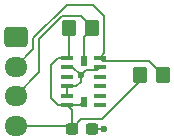
<source format=gbr>
%TF.GenerationSoftware,KiCad,Pcbnew,9.0.2*%
%TF.CreationDate,2025-05-12T20:01:58-04:00*%
%TF.ProjectId,high-range-IMU,68696768-2d72-4616-9e67-652d494d552e,rev?*%
%TF.SameCoordinates,Original*%
%TF.FileFunction,Copper,L1,Top*%
%TF.FilePolarity,Positive*%
%FSLAX46Y46*%
G04 Gerber Fmt 4.6, Leading zero omitted, Abs format (unit mm)*
G04 Created by KiCad (PCBNEW 9.0.2) date 2025-05-12 20:01:58*
%MOMM*%
%LPD*%
G01*
G04 APERTURE LIST*
G04 Aperture macros list*
%AMRoundRect*
0 Rectangle with rounded corners*
0 $1 Rounding radius*
0 $2 $3 $4 $5 $6 $7 $8 $9 X,Y pos of 4 corners*
0 Add a 4 corners polygon primitive as box body*
4,1,4,$2,$3,$4,$5,$6,$7,$8,$9,$2,$3,0*
0 Add four circle primitives for the rounded corners*
1,1,$1+$1,$2,$3*
1,1,$1+$1,$4,$5*
1,1,$1+$1,$6,$7*
1,1,$1+$1,$8,$9*
0 Add four rect primitives between the rounded corners*
20,1,$1+$1,$2,$3,$4,$5,0*
20,1,$1+$1,$4,$5,$6,$7,0*
20,1,$1+$1,$6,$7,$8,$9,0*
20,1,$1+$1,$8,$9,$2,$3,0*%
G04 Aperture macros list end*
%TA.AperFunction,SMDPad,CuDef*%
%ADD10RoundRect,0.250000X-0.350000X-0.450000X0.350000X-0.450000X0.350000X0.450000X-0.350000X0.450000X0*%
%TD*%
%TA.AperFunction,SMDPad,CuDef*%
%ADD11RoundRect,0.250000X0.350000X0.450000X-0.350000X0.450000X-0.350000X-0.450000X0.350000X-0.450000X0*%
%TD*%
%TA.AperFunction,ComponentPad*%
%ADD12RoundRect,0.250000X-0.725000X0.600000X-0.725000X-0.600000X0.725000X-0.600000X0.725000X0.600000X0*%
%TD*%
%TA.AperFunction,ComponentPad*%
%ADD13O,1.950000X1.700000*%
%TD*%
%TA.AperFunction,SMDPad,CuDef*%
%ADD14R,1.117800X0.449200*%
%TD*%
%TA.AperFunction,SMDPad,CuDef*%
%ADD15R,0.500000X0.813000*%
%TD*%
%TA.AperFunction,SMDPad,CuDef*%
%ADD16RoundRect,0.237500X-0.300000X-0.237500X0.300000X-0.237500X0.300000X0.237500X-0.300000X0.237500X0*%
%TD*%
%TA.AperFunction,ViaPad*%
%ADD17C,0.600000*%
%TD*%
%TA.AperFunction,Conductor*%
%ADD18C,0.200000*%
%TD*%
G04 APERTURE END LIST*
D10*
%TO.P,R1,1*%
%TO.N,+3.3V*%
X143500000Y-84000000D03*
%TO.P,R1,2*%
%TO.N,Net-(J1-Pin_3)*%
X145500000Y-84000000D03*
%TD*%
D11*
%TO.P,R2,1*%
%TO.N,Net-(J1-Pin_2)*%
X151500000Y-88000000D03*
%TO.P,R2,2*%
%TO.N,+3.3V*%
X149500000Y-88000000D03*
%TD*%
D12*
%TO.P,J1,1,Pin_1*%
%TO.N,GND*%
X139000000Y-84750000D03*
D13*
%TO.P,J1,2,Pin_2*%
%TO.N,Net-(J1-Pin_2)*%
X139000000Y-87250000D03*
%TO.P,J1,3,Pin_3*%
%TO.N,Net-(J1-Pin_3)*%
X139000000Y-89750000D03*
%TO.P,J1,4,Pin_4*%
%TO.N,+3.3V*%
X139000000Y-92250000D03*
%TD*%
D14*
%TO.P,U1,1,VDDI/O*%
%TO.N,+3.3V*%
X143379099Y-86499999D03*
%TO.P,U1,2,GND*%
%TO.N,GND*%
X143379099Y-87300000D03*
%TO.P,U1,3,RESERVED*%
%TO.N,unconnected-(U1-RESERVED-Pad3)*%
X143379099Y-88100001D03*
%TO.P,U1,4,GND*%
%TO.N,GND*%
X143379099Y-88899999D03*
%TO.P,U1,5,GND*%
X143379099Y-89700000D03*
%TO.P,U1,6,VS*%
%TO.N,+3.3V*%
X143379099Y-90499999D03*
D15*
%TO.P,U1,7,\u002ACS*%
X144750000Y-90218498D03*
D14*
%TO.P,U1,8,INT1*%
%TO.N,unconnected-(U1-INT1-Pad8)*%
X146120901Y-90500001D03*
%TO.P,U1,9,INT2*%
%TO.N,unconnected-(U1-INT2-Pad9)*%
X146120901Y-89700000D03*
%TO.P,U1,10,NC*%
%TO.N,unconnected-(U1-NC-Pad10)*%
X146120901Y-88899999D03*
%TO.P,U1,11,RESERVED*%
%TO.N,unconnected-(U1-RESERVED-Pad11)*%
X146120901Y-88100001D03*
%TO.P,U1,12,SDO/ALTADDRESS*%
%TO.N,GND*%
X146120901Y-87300000D03*
%TO.P,U1,13,SDA/SDI/SDIO*%
%TO.N,Net-(J1-Pin_2)*%
X146120901Y-86500001D03*
D15*
%TO.P,U1,14,SCL/SCLK*%
%TO.N,Net-(J1-Pin_3)*%
X144750000Y-86781502D03*
%TD*%
D16*
%TO.P,C1,1*%
%TO.N,+3.3V*%
X143775000Y-92500000D03*
%TO.P,C1,2*%
%TO.N,GND*%
X145500000Y-92500000D03*
%TD*%
D17*
%TO.N,GND*%
X144500000Y-88000000D03*
X146500000Y-92500000D03*
%TD*%
D18*
%TO.N,GND*%
X144925599Y-87574401D02*
X145846500Y-87574401D01*
X144500000Y-88000000D02*
X144925599Y-87574401D01*
X144500000Y-88537998D02*
X144500000Y-88000000D01*
X145846500Y-87574401D02*
X146120901Y-87300000D01*
X143379099Y-89700000D02*
X143379099Y-88899999D01*
X145500000Y-92500000D02*
X146500000Y-92500000D01*
X143800000Y-87300000D02*
X143379099Y-87300000D01*
X143379099Y-88899999D02*
X144137999Y-88899999D01*
X144137999Y-88899999D02*
X144500000Y-88537998D01*
X144500000Y-88000000D02*
X143800000Y-87300000D01*
%TO.N,+3.3V*%
X142620199Y-86499999D02*
X142000000Y-87120198D01*
X144551000Y-91724000D02*
X143775000Y-92500000D01*
X143379099Y-90499999D02*
X144468499Y-90499999D01*
X144468499Y-90499999D02*
X144750000Y-90218498D01*
X143500000Y-84000000D02*
X143500000Y-86379098D01*
X143775000Y-92500000D02*
X143775000Y-90895900D01*
X142620199Y-90499999D02*
X143379099Y-90499999D01*
X143525000Y-92250000D02*
X143775000Y-92500000D01*
X146276000Y-91724000D02*
X144551000Y-91724000D01*
X143500000Y-86379098D02*
X143379099Y-86499999D01*
X139000000Y-92250000D02*
X143525000Y-92250000D01*
X142000000Y-87120198D02*
X142000000Y-89879800D01*
X149500000Y-88000000D02*
X149500000Y-88500000D01*
X142000000Y-89879800D02*
X142620199Y-90499999D01*
X149500000Y-88500000D02*
X146276000Y-91724000D01*
X143775000Y-90895900D02*
X143379099Y-90499999D01*
X143379099Y-86499999D02*
X142620199Y-86499999D01*
%TO.N,Net-(J1-Pin_3)*%
X145500000Y-84000000D02*
X144499000Y-82999000D01*
X141000000Y-87750000D02*
X139000000Y-89750000D01*
X144750000Y-84750000D02*
X144750000Y-86781502D01*
X142914840Y-82999000D02*
X141000000Y-84913840D01*
X144499000Y-82999000D02*
X142914840Y-82999000D01*
X141000000Y-84913840D02*
X141000000Y-87750000D01*
X145500000Y-84000000D02*
X144750000Y-84750000D01*
%TO.N,Net-(J1-Pin_2)*%
X140500000Y-84846740D02*
X143346740Y-82000000D01*
X139000000Y-87250000D02*
X140500000Y-85750000D01*
X151500000Y-88000000D02*
X150274400Y-86774400D01*
X146500000Y-86120902D02*
X146120901Y-86500001D01*
X150274400Y-86774400D02*
X146395300Y-86774400D01*
X146500000Y-82956920D02*
X146500000Y-86120902D01*
X145543080Y-82000000D02*
X146500000Y-82956920D01*
X146395300Y-86774400D02*
X146120901Y-86500001D01*
X140500000Y-85750000D02*
X140500000Y-84846740D01*
X143346740Y-82000000D02*
X145543080Y-82000000D01*
%TD*%
M02*

</source>
